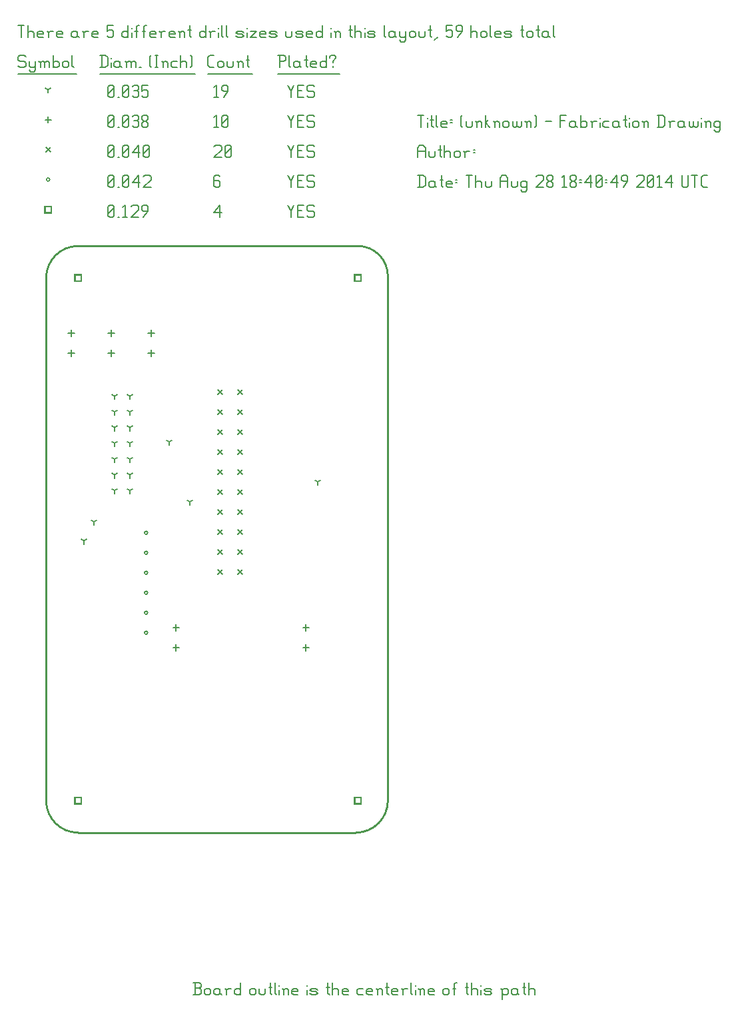
<source format=gbr>
G04 start of page 10 for group -3984 idx -3984 *
G04 Title: (unknown), fab *
G04 Creator: pcb 20110918 *
G04 CreationDate: Thu Aug 28 18:40:49 2014 UTC *
G04 For: fosse *
G04 Format: Gerber/RS-274X *
G04 PCB-Dimensions: 348000 372000 *
G04 PCB-Coordinate-Origin: lower left *
%MOIN*%
%FSLAX25Y25*%
%LNFAB*%
%ADD59C,0.0100*%
%ADD58C,0.0075*%
%ADD57C,0.0060*%
%ADD56R,0.0080X0.0080*%
G54D56*X28400Y350600D02*X31600D01*
X28400D02*Y347400D01*
X31600D01*
Y350600D02*Y347400D01*
X168400Y350600D02*X171600D01*
X168400D02*Y347400D01*
X171600D01*
Y350600D02*Y347400D01*
X28400Y89100D02*X31600D01*
X28400D02*Y85900D01*
X31600D01*
Y89100D02*Y85900D01*
X168400Y89100D02*X171600D01*
X168400D02*Y85900D01*
X171600D01*
Y89100D02*Y85900D01*
X13400Y384850D02*X16600D01*
X13400D02*Y381650D01*
X16600D01*
Y384850D02*Y381650D01*
G54D57*X135000Y385500D02*X136500Y382500D01*
X138000Y385500D01*
X136500Y382500D02*Y379500D01*
X139800Y382800D02*X142050D01*
X139800Y379500D02*X142800D01*
X139800Y385500D02*Y379500D01*
Y385500D02*X142800D01*
X147600D02*X148350Y384750D01*
X145350Y385500D02*X147600D01*
X144600Y384750D02*X145350Y385500D01*
X144600Y384750D02*Y383250D01*
X145350Y382500D01*
X147600D01*
X148350Y381750D01*
Y380250D01*
X147600Y379500D02*X148350Y380250D01*
X145350Y379500D02*X147600D01*
X144600Y380250D02*X145350Y379500D01*
X98000Y381750D02*X101000Y385500D01*
X98000Y381750D02*X101750D01*
X101000Y385500D02*Y379500D01*
X45000Y380250D02*X45750Y379500D01*
X45000Y384750D02*Y380250D01*
Y384750D02*X45750Y385500D01*
X47250D01*
X48000Y384750D01*
Y380250D01*
X47250Y379500D02*X48000Y380250D01*
X45750Y379500D02*X47250D01*
X45000Y381000D02*X48000Y384000D01*
X49800Y379500D02*X50550D01*
X52350Y384300D02*X53550Y385500D01*
Y379500D01*
X52350D02*X54600D01*
X56400Y384750D02*X57150Y385500D01*
X59400D01*
X60150Y384750D01*
Y383250D01*
X56400Y379500D02*X60150Y383250D01*
X56400Y379500D02*X60150D01*
X62700D02*X64950Y382500D01*
Y384750D02*Y382500D01*
X64200Y385500D02*X64950Y384750D01*
X62700Y385500D02*X64200D01*
X61950Y384750D02*X62700Y385500D01*
X61950Y384750D02*Y383250D01*
X62700Y382500D01*
X64950D01*
X63200Y171500D02*G75*G03X64800Y171500I800J0D01*G01*
G75*G03X63200Y171500I-800J0D01*G01*
Y181500D02*G75*G03X64800Y181500I800J0D01*G01*
G75*G03X63200Y181500I-800J0D01*G01*
Y191500D02*G75*G03X64800Y191500I800J0D01*G01*
G75*G03X63200Y191500I-800J0D01*G01*
Y201500D02*G75*G03X64800Y201500I800J0D01*G01*
G75*G03X63200Y201500I-800J0D01*G01*
Y211500D02*G75*G03X64800Y211500I800J0D01*G01*
G75*G03X63200Y211500I-800J0D01*G01*
Y221500D02*G75*G03X64800Y221500I800J0D01*G01*
G75*G03X63200Y221500I-800J0D01*G01*
X14200Y398250D02*G75*G03X15800Y398250I800J0D01*G01*
G75*G03X14200Y398250I-800J0D01*G01*
X135000Y400500D02*X136500Y397500D01*
X138000Y400500D01*
X136500Y397500D02*Y394500D01*
X139800Y397800D02*X142050D01*
X139800Y394500D02*X142800D01*
X139800Y400500D02*Y394500D01*
Y400500D02*X142800D01*
X147600D02*X148350Y399750D01*
X145350Y400500D02*X147600D01*
X144600Y399750D02*X145350Y400500D01*
X144600Y399750D02*Y398250D01*
X145350Y397500D01*
X147600D01*
X148350Y396750D01*
Y395250D01*
X147600Y394500D02*X148350Y395250D01*
X145350Y394500D02*X147600D01*
X144600Y395250D02*X145350Y394500D01*
X100250Y400500D02*X101000Y399750D01*
X98750Y400500D02*X100250D01*
X98000Y399750D02*X98750Y400500D01*
X98000Y399750D02*Y395250D01*
X98750Y394500D01*
X100250Y397800D02*X101000Y397050D01*
X98000Y397800D02*X100250D01*
X98750Y394500D02*X100250D01*
X101000Y395250D01*
Y397050D02*Y395250D01*
X45000D02*X45750Y394500D01*
X45000Y399750D02*Y395250D01*
Y399750D02*X45750Y400500D01*
X47250D01*
X48000Y399750D01*
Y395250D01*
X47250Y394500D02*X48000Y395250D01*
X45750Y394500D02*X47250D01*
X45000Y396000D02*X48000Y399000D01*
X49800Y394500D02*X50550D01*
X52350Y395250D02*X53100Y394500D01*
X52350Y399750D02*Y395250D01*
Y399750D02*X53100Y400500D01*
X54600D01*
X55350Y399750D01*
Y395250D01*
X54600Y394500D02*X55350Y395250D01*
X53100Y394500D02*X54600D01*
X52350Y396000D02*X55350Y399000D01*
X57150Y396750D02*X60150Y400500D01*
X57150Y396750D02*X60900D01*
X60150Y400500D02*Y394500D01*
X62700Y399750D02*X63450Y400500D01*
X65700D01*
X66450Y399750D01*
Y398250D01*
X62700Y394500D02*X66450Y398250D01*
X62700Y394500D02*X66450D01*
X109800Y203200D02*X112200Y200800D01*
X109800D02*X112200Y203200D01*
X99800D02*X102200Y200800D01*
X99800D02*X102200Y203200D01*
X109800Y213200D02*X112200Y210800D01*
X109800D02*X112200Y213200D01*
X99800D02*X102200Y210800D01*
X99800D02*X102200Y213200D01*
X109800Y223200D02*X112200Y220800D01*
X109800D02*X112200Y223200D01*
X99800D02*X102200Y220800D01*
X99800D02*X102200Y223200D01*
X109800Y233200D02*X112200Y230800D01*
X109800D02*X112200Y233200D01*
X99800D02*X102200Y230800D01*
X99800D02*X102200Y233200D01*
X109800Y243200D02*X112200Y240800D01*
X109800D02*X112200Y243200D01*
X99800D02*X102200Y240800D01*
X99800D02*X102200Y243200D01*
X109800Y253200D02*X112200Y250800D01*
X109800D02*X112200Y253200D01*
X99800D02*X102200Y250800D01*
X99800D02*X102200Y253200D01*
X109800Y263200D02*X112200Y260800D01*
X109800D02*X112200Y263200D01*
X99800D02*X102200Y260800D01*
X99800D02*X102200Y263200D01*
X109800Y273200D02*X112200Y270800D01*
X109800D02*X112200Y273200D01*
X99800D02*X102200Y270800D01*
X99800D02*X102200Y273200D01*
X109800Y283200D02*X112200Y280800D01*
X109800D02*X112200Y283200D01*
X99800D02*X102200Y280800D01*
X99800D02*X102200Y283200D01*
X109800Y293200D02*X112200Y290800D01*
X109800D02*X112200Y293200D01*
X99800D02*X102200Y290800D01*
X99800D02*X102200Y293200D01*
X13800Y414450D02*X16200Y412050D01*
X13800D02*X16200Y414450D01*
X135000Y415500D02*X136500Y412500D01*
X138000Y415500D01*
X136500Y412500D02*Y409500D01*
X139800Y412800D02*X142050D01*
X139800Y409500D02*X142800D01*
X139800Y415500D02*Y409500D01*
Y415500D02*X142800D01*
X147600D02*X148350Y414750D01*
X145350Y415500D02*X147600D01*
X144600Y414750D02*X145350Y415500D01*
X144600Y414750D02*Y413250D01*
X145350Y412500D01*
X147600D01*
X148350Y411750D01*
Y410250D01*
X147600Y409500D02*X148350Y410250D01*
X145350Y409500D02*X147600D01*
X144600Y410250D02*X145350Y409500D01*
X98000Y414750D02*X98750Y415500D01*
X101000D01*
X101750Y414750D01*
Y413250D01*
X98000Y409500D02*X101750Y413250D01*
X98000Y409500D02*X101750D01*
X103550Y410250D02*X104300Y409500D01*
X103550Y414750D02*Y410250D01*
Y414750D02*X104300Y415500D01*
X105800D01*
X106550Y414750D01*
Y410250D01*
X105800Y409500D02*X106550Y410250D01*
X104300Y409500D02*X105800D01*
X103550Y411000D02*X106550Y414000D01*
X45000Y410250D02*X45750Y409500D01*
X45000Y414750D02*Y410250D01*
Y414750D02*X45750Y415500D01*
X47250D01*
X48000Y414750D01*
Y410250D01*
X47250Y409500D02*X48000Y410250D01*
X45750Y409500D02*X47250D01*
X45000Y411000D02*X48000Y414000D01*
X49800Y409500D02*X50550D01*
X52350Y410250D02*X53100Y409500D01*
X52350Y414750D02*Y410250D01*
Y414750D02*X53100Y415500D01*
X54600D01*
X55350Y414750D01*
Y410250D01*
X54600Y409500D02*X55350Y410250D01*
X53100Y409500D02*X54600D01*
X52350Y411000D02*X55350Y414000D01*
X57150Y411750D02*X60150Y415500D01*
X57150Y411750D02*X60900D01*
X60150Y415500D02*Y409500D01*
X62700Y410250D02*X63450Y409500D01*
X62700Y414750D02*Y410250D01*
Y414750D02*X63450Y415500D01*
X64950D01*
X65700Y414750D01*
Y410250D01*
X64950Y409500D02*X65700Y410250D01*
X63450Y409500D02*X64950D01*
X62700Y411000D02*X65700Y414000D01*
X144000Y165600D02*Y162400D01*
X142400Y164000D02*X145600D01*
X144000Y175600D02*Y172400D01*
X142400Y174000D02*X145600D01*
X79000Y165600D02*Y162400D01*
X77400Y164000D02*X80600D01*
X79000Y175600D02*Y172400D01*
X77400Y174000D02*X80600D01*
X66500Y313100D02*Y309900D01*
X64900Y311500D02*X68100D01*
X66500Y323100D02*Y319900D01*
X64900Y321500D02*X68100D01*
X46500Y313100D02*Y309900D01*
X44900Y311500D02*X48100D01*
X46500Y323100D02*Y319900D01*
X44900Y321500D02*X48100D01*
X26500Y313100D02*Y309900D01*
X24900Y311500D02*X28100D01*
X26500Y323100D02*Y319900D01*
X24900Y321500D02*X28100D01*
X15000Y429850D02*Y426650D01*
X13400Y428250D02*X16600D01*
X135000Y430500D02*X136500Y427500D01*
X138000Y430500D01*
X136500Y427500D02*Y424500D01*
X139800Y427800D02*X142050D01*
X139800Y424500D02*X142800D01*
X139800Y430500D02*Y424500D01*
Y430500D02*X142800D01*
X147600D02*X148350Y429750D01*
X145350Y430500D02*X147600D01*
X144600Y429750D02*X145350Y430500D01*
X144600Y429750D02*Y428250D01*
X145350Y427500D01*
X147600D01*
X148350Y426750D01*
Y425250D01*
X147600Y424500D02*X148350Y425250D01*
X145350Y424500D02*X147600D01*
X144600Y425250D02*X145350Y424500D01*
X98000Y429300D02*X99200Y430500D01*
Y424500D01*
X98000D02*X100250D01*
X102050Y425250D02*X102800Y424500D01*
X102050Y429750D02*Y425250D01*
Y429750D02*X102800Y430500D01*
X104300D01*
X105050Y429750D01*
Y425250D01*
X104300Y424500D02*X105050Y425250D01*
X102800Y424500D02*X104300D01*
X102050Y426000D02*X105050Y429000D01*
X45000Y425250D02*X45750Y424500D01*
X45000Y429750D02*Y425250D01*
Y429750D02*X45750Y430500D01*
X47250D01*
X48000Y429750D01*
Y425250D01*
X47250Y424500D02*X48000Y425250D01*
X45750Y424500D02*X47250D01*
X45000Y426000D02*X48000Y429000D01*
X49800Y424500D02*X50550D01*
X52350Y425250D02*X53100Y424500D01*
X52350Y429750D02*Y425250D01*
Y429750D02*X53100Y430500D01*
X54600D01*
X55350Y429750D01*
Y425250D01*
X54600Y424500D02*X55350Y425250D01*
X53100Y424500D02*X54600D01*
X52350Y426000D02*X55350Y429000D01*
X57150Y429750D02*X57900Y430500D01*
X59400D01*
X60150Y429750D01*
X59400Y424500D02*X60150Y425250D01*
X57900Y424500D02*X59400D01*
X57150Y425250D02*X57900Y424500D01*
Y427800D02*X59400D01*
X60150Y429750D02*Y428550D01*
Y427050D02*Y425250D01*
Y427050D02*X59400Y427800D01*
X60150Y428550D02*X59400Y427800D01*
X61950Y425250D02*X62700Y424500D01*
X61950Y426450D02*Y425250D01*
Y426450D02*X63000Y427500D01*
X63900D01*
X64950Y426450D01*
Y425250D01*
X64200Y424500D02*X64950Y425250D01*
X62700Y424500D02*X64200D01*
X61950Y428550D02*X63000Y427500D01*
X61950Y429750D02*Y428550D01*
Y429750D02*X62700Y430500D01*
X64200D01*
X64950Y429750D01*
Y428550D01*
X63900Y427500D02*X64950Y428550D01*
X150000Y247000D02*Y245400D01*
Y247000D02*X151387Y247800D01*
X150000Y247000D02*X148613Y247800D01*
X33000Y217500D02*Y215900D01*
Y217500D02*X34387Y218300D01*
X33000Y217500D02*X31613Y218300D01*
X38000Y227000D02*Y225400D01*
Y227000D02*X39387Y227800D01*
X38000Y227000D02*X36613Y227800D01*
X75500Y267000D02*Y265400D01*
Y267000D02*X76887Y267800D01*
X75500Y267000D02*X74113Y267800D01*
X86000Y237000D02*Y235400D01*
Y237000D02*X87387Y237800D01*
X86000Y237000D02*X84613Y237800D01*
X48126Y242630D02*Y241030D01*
Y242630D02*X49513Y243430D01*
X48126Y242630D02*X46739Y243430D01*
X48126Y250504D02*Y248904D01*
Y250504D02*X49513Y251304D01*
X48126Y250504D02*X46739Y251304D01*
X56000Y242630D02*Y241030D01*
Y242630D02*X57387Y243430D01*
X56000Y242630D02*X54613Y243430D01*
X56000Y250504D02*Y248904D01*
Y250504D02*X57387Y251304D01*
X56000Y250504D02*X54613Y251304D01*
X48126Y258378D02*Y256778D01*
Y258378D02*X49513Y259178D01*
X48126Y258378D02*X46739Y259178D01*
X56000Y258378D02*Y256778D01*
Y258378D02*X57387Y259178D01*
X56000Y258378D02*X54613Y259178D01*
X48126Y266252D02*Y264652D01*
Y266252D02*X49513Y267052D01*
X48126Y266252D02*X46739Y267052D01*
X56000Y266252D02*Y264652D01*
Y266252D02*X57387Y267052D01*
X56000Y266252D02*X54613Y267052D01*
X48126Y274126D02*Y272526D01*
Y274126D02*X49513Y274926D01*
X48126Y274126D02*X46739Y274926D01*
X56000Y274126D02*Y272526D01*
Y274126D02*X57387Y274926D01*
X56000Y274126D02*X54613Y274926D01*
X48126Y282000D02*Y280400D01*
Y282000D02*X49513Y282800D01*
X48126Y282000D02*X46739Y282800D01*
X56000Y282000D02*Y280400D01*
Y282000D02*X57387Y282800D01*
X56000Y282000D02*X54613Y282800D01*
X48126Y289874D02*Y288274D01*
Y289874D02*X49513Y290674D01*
X48126Y289874D02*X46739Y290674D01*
X56000Y289874D02*Y288274D01*
Y289874D02*X57387Y290674D01*
X56000Y289874D02*X54613Y290674D01*
X15000Y443250D02*Y441650D01*
Y443250D02*X16387Y444050D01*
X15000Y443250D02*X13613Y444050D01*
X135000Y445500D02*X136500Y442500D01*
X138000Y445500D01*
X136500Y442500D02*Y439500D01*
X139800Y442800D02*X142050D01*
X139800Y439500D02*X142800D01*
X139800Y445500D02*Y439500D01*
Y445500D02*X142800D01*
X147600D02*X148350Y444750D01*
X145350Y445500D02*X147600D01*
X144600Y444750D02*X145350Y445500D01*
X144600Y444750D02*Y443250D01*
X145350Y442500D01*
X147600D01*
X148350Y441750D01*
Y440250D01*
X147600Y439500D02*X148350Y440250D01*
X145350Y439500D02*X147600D01*
X144600Y440250D02*X145350Y439500D01*
X98000Y444300D02*X99200Y445500D01*
Y439500D01*
X98000D02*X100250D01*
X102800D02*X105050Y442500D01*
Y444750D02*Y442500D01*
X104300Y445500D02*X105050Y444750D01*
X102800Y445500D02*X104300D01*
X102050Y444750D02*X102800Y445500D01*
X102050Y444750D02*Y443250D01*
X102800Y442500D01*
X105050D01*
X45000Y440250D02*X45750Y439500D01*
X45000Y444750D02*Y440250D01*
Y444750D02*X45750Y445500D01*
X47250D01*
X48000Y444750D01*
Y440250D01*
X47250Y439500D02*X48000Y440250D01*
X45750Y439500D02*X47250D01*
X45000Y441000D02*X48000Y444000D01*
X49800Y439500D02*X50550D01*
X52350Y440250D02*X53100Y439500D01*
X52350Y444750D02*Y440250D01*
Y444750D02*X53100Y445500D01*
X54600D01*
X55350Y444750D01*
Y440250D01*
X54600Y439500D02*X55350Y440250D01*
X53100Y439500D02*X54600D01*
X52350Y441000D02*X55350Y444000D01*
X57150Y444750D02*X57900Y445500D01*
X59400D01*
X60150Y444750D01*
X59400Y439500D02*X60150Y440250D01*
X57900Y439500D02*X59400D01*
X57150Y440250D02*X57900Y439500D01*
Y442800D02*X59400D01*
X60150Y444750D02*Y443550D01*
Y442050D02*Y440250D01*
Y442050D02*X59400Y442800D01*
X60150Y443550D02*X59400Y442800D01*
X61950Y445500D02*X64950D01*
X61950D02*Y442500D01*
X62700Y443250D01*
X64200D01*
X64950Y442500D01*
Y440250D01*
X64200Y439500D02*X64950Y440250D01*
X62700Y439500D02*X64200D01*
X61950Y440250D02*X62700Y439500D01*
X3000Y460500D02*X3750Y459750D01*
X750Y460500D02*X3000D01*
X0Y459750D02*X750Y460500D01*
X0Y459750D02*Y458250D01*
X750Y457500D01*
X3000D01*
X3750Y456750D01*
Y455250D01*
X3000Y454500D02*X3750Y455250D01*
X750Y454500D02*X3000D01*
X0Y455250D02*X750Y454500D01*
X5550Y457500D02*Y455250D01*
X6300Y454500D01*
X8550Y457500D02*Y453000D01*
X7800Y452250D02*X8550Y453000D01*
X6300Y452250D02*X7800D01*
X5550Y453000D02*X6300Y452250D01*
Y454500D02*X7800D01*
X8550Y455250D01*
X11100Y456750D02*Y454500D01*
Y456750D02*X11850Y457500D01*
X12600D01*
X13350Y456750D01*
Y454500D01*
Y456750D02*X14100Y457500D01*
X14850D01*
X15600Y456750D01*
Y454500D01*
X10350Y457500D02*X11100Y456750D01*
X17400Y460500D02*Y454500D01*
Y455250D02*X18150Y454500D01*
X19650D01*
X20400Y455250D01*
Y456750D02*Y455250D01*
X19650Y457500D02*X20400Y456750D01*
X18150Y457500D02*X19650D01*
X17400Y456750D02*X18150Y457500D01*
X22200Y456750D02*Y455250D01*
Y456750D02*X22950Y457500D01*
X24450D01*
X25200Y456750D01*
Y455250D01*
X24450Y454500D02*X25200Y455250D01*
X22950Y454500D02*X24450D01*
X22200Y455250D02*X22950Y454500D01*
X27000Y460500D02*Y455250D01*
X27750Y454500D01*
X0Y451250D02*X29250D01*
X41750Y460500D02*Y454500D01*
X43700Y460500D02*X44750Y459450D01*
Y455550D01*
X43700Y454500D02*X44750Y455550D01*
X41000Y454500D02*X43700D01*
X41000Y460500D02*X43700D01*
G54D58*X46550Y459000D02*Y458850D01*
G54D57*Y456750D02*Y454500D01*
X50300Y457500D02*X51050Y456750D01*
X48800Y457500D02*X50300D01*
X48050Y456750D02*X48800Y457500D01*
X48050Y456750D02*Y455250D01*
X48800Y454500D01*
X51050Y457500D02*Y455250D01*
X51800Y454500D01*
X48800D02*X50300D01*
X51050Y455250D01*
X54350Y456750D02*Y454500D01*
Y456750D02*X55100Y457500D01*
X55850D01*
X56600Y456750D01*
Y454500D01*
Y456750D02*X57350Y457500D01*
X58100D01*
X58850Y456750D01*
Y454500D01*
X53600Y457500D02*X54350Y456750D01*
X60650Y454500D02*X61400D01*
X65900Y455250D02*X66650Y454500D01*
X65900Y459750D02*X66650Y460500D01*
X65900Y459750D02*Y455250D01*
X68450Y460500D02*X69950D01*
X69200D02*Y454500D01*
X68450D02*X69950D01*
X72500Y456750D02*Y454500D01*
Y456750D02*X73250Y457500D01*
X74000D01*
X74750Y456750D01*
Y454500D01*
X71750Y457500D02*X72500Y456750D01*
X77300Y457500D02*X79550D01*
X76550Y456750D02*X77300Y457500D01*
X76550Y456750D02*Y455250D01*
X77300Y454500D01*
X79550D01*
X81350Y460500D02*Y454500D01*
Y456750D02*X82100Y457500D01*
X83600D01*
X84350Y456750D01*
Y454500D01*
X86150Y460500D02*X86900Y459750D01*
Y455250D01*
X86150Y454500D02*X86900Y455250D01*
X41000Y451250D02*X88700D01*
X96050Y454500D02*X98000D01*
X95000Y455550D02*X96050Y454500D01*
X95000Y459450D02*Y455550D01*
Y459450D02*X96050Y460500D01*
X98000D01*
X99800Y456750D02*Y455250D01*
Y456750D02*X100550Y457500D01*
X102050D01*
X102800Y456750D01*
Y455250D01*
X102050Y454500D02*X102800Y455250D01*
X100550Y454500D02*X102050D01*
X99800Y455250D02*X100550Y454500D01*
X104600Y457500D02*Y455250D01*
X105350Y454500D01*
X106850D01*
X107600Y455250D01*
Y457500D02*Y455250D01*
X110150Y456750D02*Y454500D01*
Y456750D02*X110900Y457500D01*
X111650D01*
X112400Y456750D01*
Y454500D01*
X109400Y457500D02*X110150Y456750D01*
X114950Y460500D02*Y455250D01*
X115700Y454500D01*
X114200Y458250D02*X115700D01*
X95000Y451250D02*X117200D01*
X130750Y460500D02*Y454500D01*
X130000Y460500D02*X133000D01*
X133750Y459750D01*
Y458250D01*
X133000Y457500D02*X133750Y458250D01*
X130750Y457500D02*X133000D01*
X135550Y460500D02*Y455250D01*
X136300Y454500D01*
X140050Y457500D02*X140800Y456750D01*
X138550Y457500D02*X140050D01*
X137800Y456750D02*X138550Y457500D01*
X137800Y456750D02*Y455250D01*
X138550Y454500D01*
X140800Y457500D02*Y455250D01*
X141550Y454500D01*
X138550D02*X140050D01*
X140800Y455250D01*
X144100Y460500D02*Y455250D01*
X144850Y454500D01*
X143350Y458250D02*X144850D01*
X147100Y454500D02*X149350D01*
X146350Y455250D02*X147100Y454500D01*
X146350Y456750D02*Y455250D01*
Y456750D02*X147100Y457500D01*
X148600D01*
X149350Y456750D01*
X146350Y456000D02*X149350D01*
Y456750D02*Y456000D01*
X154150Y460500D02*Y454500D01*
X153400D02*X154150Y455250D01*
X151900Y454500D02*X153400D01*
X151150Y455250D02*X151900Y454500D01*
X151150Y456750D02*Y455250D01*
Y456750D02*X151900Y457500D01*
X153400D01*
X154150Y456750D01*
X157450Y457500D02*Y456750D01*
Y455250D02*Y454500D01*
X155950Y459750D02*Y459000D01*
Y459750D02*X156700Y460500D01*
X158200D01*
X158950Y459750D01*
Y459000D01*
X157450Y457500D02*X158950Y459000D01*
X130000Y451250D02*X160750D01*
X0Y475500D02*X3000D01*
X1500D02*Y469500D01*
X4800Y475500D02*Y469500D01*
Y471750D02*X5550Y472500D01*
X7050D01*
X7800Y471750D01*
Y469500D01*
X10350D02*X12600D01*
X9600Y470250D02*X10350Y469500D01*
X9600Y471750D02*Y470250D01*
Y471750D02*X10350Y472500D01*
X11850D01*
X12600Y471750D01*
X9600Y471000D02*X12600D01*
Y471750D02*Y471000D01*
X15150Y471750D02*Y469500D01*
Y471750D02*X15900Y472500D01*
X17400D01*
X14400D02*X15150Y471750D01*
X19950Y469500D02*X22200D01*
X19200Y470250D02*X19950Y469500D01*
X19200Y471750D02*Y470250D01*
Y471750D02*X19950Y472500D01*
X21450D01*
X22200Y471750D01*
X19200Y471000D02*X22200D01*
Y471750D02*Y471000D01*
X28950Y472500D02*X29700Y471750D01*
X27450Y472500D02*X28950D01*
X26700Y471750D02*X27450Y472500D01*
X26700Y471750D02*Y470250D01*
X27450Y469500D01*
X29700Y472500D02*Y470250D01*
X30450Y469500D01*
X27450D02*X28950D01*
X29700Y470250D01*
X33000Y471750D02*Y469500D01*
Y471750D02*X33750Y472500D01*
X35250D01*
X32250D02*X33000Y471750D01*
X37800Y469500D02*X40050D01*
X37050Y470250D02*X37800Y469500D01*
X37050Y471750D02*Y470250D01*
Y471750D02*X37800Y472500D01*
X39300D01*
X40050Y471750D01*
X37050Y471000D02*X40050D01*
Y471750D02*Y471000D01*
X44550Y475500D02*X47550D01*
X44550D02*Y472500D01*
X45300Y473250D01*
X46800D01*
X47550Y472500D01*
Y470250D01*
X46800Y469500D02*X47550Y470250D01*
X45300Y469500D02*X46800D01*
X44550Y470250D02*X45300Y469500D01*
X55050Y475500D02*Y469500D01*
X54300D02*X55050Y470250D01*
X52800Y469500D02*X54300D01*
X52050Y470250D02*X52800Y469500D01*
X52050Y471750D02*Y470250D01*
Y471750D02*X52800Y472500D01*
X54300D01*
X55050Y471750D01*
G54D58*X56850Y474000D02*Y473850D01*
G54D57*Y471750D02*Y469500D01*
X59100Y474750D02*Y469500D01*
Y474750D02*X59850Y475500D01*
X60600D01*
X58350Y472500D02*X59850D01*
X62850Y474750D02*Y469500D01*
Y474750D02*X63600Y475500D01*
X64350D01*
X62100Y472500D02*X63600D01*
X66600Y469500D02*X68850D01*
X65850Y470250D02*X66600Y469500D01*
X65850Y471750D02*Y470250D01*
Y471750D02*X66600Y472500D01*
X68100D01*
X68850Y471750D01*
X65850Y471000D02*X68850D01*
Y471750D02*Y471000D01*
X71400Y471750D02*Y469500D01*
Y471750D02*X72150Y472500D01*
X73650D01*
X70650D02*X71400Y471750D01*
X76200Y469500D02*X78450D01*
X75450Y470250D02*X76200Y469500D01*
X75450Y471750D02*Y470250D01*
Y471750D02*X76200Y472500D01*
X77700D01*
X78450Y471750D01*
X75450Y471000D02*X78450D01*
Y471750D02*Y471000D01*
X81000Y471750D02*Y469500D01*
Y471750D02*X81750Y472500D01*
X82500D01*
X83250Y471750D01*
Y469500D01*
X80250Y472500D02*X81000Y471750D01*
X85800Y475500D02*Y470250D01*
X86550Y469500D01*
X85050Y473250D02*X86550D01*
X93750Y475500D02*Y469500D01*
X93000D02*X93750Y470250D01*
X91500Y469500D02*X93000D01*
X90750Y470250D02*X91500Y469500D01*
X90750Y471750D02*Y470250D01*
Y471750D02*X91500Y472500D01*
X93000D01*
X93750Y471750D01*
X96300D02*Y469500D01*
Y471750D02*X97050Y472500D01*
X98550D01*
X95550D02*X96300Y471750D01*
G54D58*X100350Y474000D02*Y473850D01*
G54D57*Y471750D02*Y469500D01*
X101850Y475500D02*Y470250D01*
X102600Y469500D01*
X104100Y475500D02*Y470250D01*
X104850Y469500D01*
X109800D02*X112050D01*
X112800Y470250D01*
X112050Y471000D02*X112800Y470250D01*
X109800Y471000D02*X112050D01*
X109050Y471750D02*X109800Y471000D01*
X109050Y471750D02*X109800Y472500D01*
X112050D01*
X112800Y471750D01*
X109050Y470250D02*X109800Y469500D01*
G54D58*X114600Y474000D02*Y473850D01*
G54D57*Y471750D02*Y469500D01*
X116100Y472500D02*X119100D01*
X116100Y469500D02*X119100Y472500D01*
X116100Y469500D02*X119100D01*
X121650D02*X123900D01*
X120900Y470250D02*X121650Y469500D01*
X120900Y471750D02*Y470250D01*
Y471750D02*X121650Y472500D01*
X123150D01*
X123900Y471750D01*
X120900Y471000D02*X123900D01*
Y471750D02*Y471000D01*
X126450Y469500D02*X128700D01*
X129450Y470250D01*
X128700Y471000D02*X129450Y470250D01*
X126450Y471000D02*X128700D01*
X125700Y471750D02*X126450Y471000D01*
X125700Y471750D02*X126450Y472500D01*
X128700D01*
X129450Y471750D01*
X125700Y470250D02*X126450Y469500D01*
X133950Y472500D02*Y470250D01*
X134700Y469500D01*
X136200D01*
X136950Y470250D01*
Y472500D02*Y470250D01*
X139500Y469500D02*X141750D01*
X142500Y470250D01*
X141750Y471000D02*X142500Y470250D01*
X139500Y471000D02*X141750D01*
X138750Y471750D02*X139500Y471000D01*
X138750Y471750D02*X139500Y472500D01*
X141750D01*
X142500Y471750D01*
X138750Y470250D02*X139500Y469500D01*
X145050D02*X147300D01*
X144300Y470250D02*X145050Y469500D01*
X144300Y471750D02*Y470250D01*
Y471750D02*X145050Y472500D01*
X146550D01*
X147300Y471750D01*
X144300Y471000D02*X147300D01*
Y471750D02*Y471000D01*
X152100Y475500D02*Y469500D01*
X151350D02*X152100Y470250D01*
X149850Y469500D02*X151350D01*
X149100Y470250D02*X149850Y469500D01*
X149100Y471750D02*Y470250D01*
Y471750D02*X149850Y472500D01*
X151350D01*
X152100Y471750D01*
G54D58*X156600Y474000D02*Y473850D01*
G54D57*Y471750D02*Y469500D01*
X158850Y471750D02*Y469500D01*
Y471750D02*X159600Y472500D01*
X160350D01*
X161100Y471750D01*
Y469500D01*
X158100Y472500D02*X158850Y471750D01*
X166350Y475500D02*Y470250D01*
X167100Y469500D01*
X165600Y473250D02*X167100D01*
X168600Y475500D02*Y469500D01*
Y471750D02*X169350Y472500D01*
X170850D01*
X171600Y471750D01*
Y469500D01*
G54D58*X173400Y474000D02*Y473850D01*
G54D57*Y471750D02*Y469500D01*
X175650D02*X177900D01*
X178650Y470250D01*
X177900Y471000D02*X178650Y470250D01*
X175650Y471000D02*X177900D01*
X174900Y471750D02*X175650Y471000D01*
X174900Y471750D02*X175650Y472500D01*
X177900D01*
X178650Y471750D01*
X174900Y470250D02*X175650Y469500D01*
X183150Y475500D02*Y470250D01*
X183900Y469500D01*
X187650Y472500D02*X188400Y471750D01*
X186150Y472500D02*X187650D01*
X185400Y471750D02*X186150Y472500D01*
X185400Y471750D02*Y470250D01*
X186150Y469500D01*
X188400Y472500D02*Y470250D01*
X189150Y469500D01*
X186150D02*X187650D01*
X188400Y470250D01*
X190950Y472500D02*Y470250D01*
X191700Y469500D01*
X193950Y472500D02*Y468000D01*
X193200Y467250D02*X193950Y468000D01*
X191700Y467250D02*X193200D01*
X190950Y468000D02*X191700Y467250D01*
Y469500D02*X193200D01*
X193950Y470250D01*
X195750Y471750D02*Y470250D01*
Y471750D02*X196500Y472500D01*
X198000D01*
X198750Y471750D01*
Y470250D01*
X198000Y469500D02*X198750Y470250D01*
X196500Y469500D02*X198000D01*
X195750Y470250D02*X196500Y469500D01*
X200550Y472500D02*Y470250D01*
X201300Y469500D01*
X202800D01*
X203550Y470250D01*
Y472500D02*Y470250D01*
X206100Y475500D02*Y470250D01*
X206850Y469500D01*
X205350Y473250D02*X206850D01*
X208350Y468000D02*X209850Y469500D01*
X214350Y475500D02*X217350D01*
X214350D02*Y472500D01*
X215100Y473250D01*
X216600D01*
X217350Y472500D01*
Y470250D01*
X216600Y469500D02*X217350Y470250D01*
X215100Y469500D02*X216600D01*
X214350Y470250D02*X215100Y469500D01*
X219900D02*X222150Y472500D01*
Y474750D02*Y472500D01*
X221400Y475500D02*X222150Y474750D01*
X219900Y475500D02*X221400D01*
X219150Y474750D02*X219900Y475500D01*
X219150Y474750D02*Y473250D01*
X219900Y472500D01*
X222150D01*
X226650Y475500D02*Y469500D01*
Y471750D02*X227400Y472500D01*
X228900D01*
X229650Y471750D01*
Y469500D01*
X231450Y471750D02*Y470250D01*
Y471750D02*X232200Y472500D01*
X233700D01*
X234450Y471750D01*
Y470250D01*
X233700Y469500D02*X234450Y470250D01*
X232200Y469500D02*X233700D01*
X231450Y470250D02*X232200Y469500D01*
X236250Y475500D02*Y470250D01*
X237000Y469500D01*
X239250D02*X241500D01*
X238500Y470250D02*X239250Y469500D01*
X238500Y471750D02*Y470250D01*
Y471750D02*X239250Y472500D01*
X240750D01*
X241500Y471750D01*
X238500Y471000D02*X241500D01*
Y471750D02*Y471000D01*
X244050Y469500D02*X246300D01*
X247050Y470250D01*
X246300Y471000D02*X247050Y470250D01*
X244050Y471000D02*X246300D01*
X243300Y471750D02*X244050Y471000D01*
X243300Y471750D02*X244050Y472500D01*
X246300D01*
X247050Y471750D01*
X243300Y470250D02*X244050Y469500D01*
X252300Y475500D02*Y470250D01*
X253050Y469500D01*
X251550Y473250D02*X253050D01*
X254550Y471750D02*Y470250D01*
Y471750D02*X255300Y472500D01*
X256800D01*
X257550Y471750D01*
Y470250D01*
X256800Y469500D02*X257550Y470250D01*
X255300Y469500D02*X256800D01*
X254550Y470250D02*X255300Y469500D01*
X260100Y475500D02*Y470250D01*
X260850Y469500D01*
X259350Y473250D02*X260850D01*
X264600Y472500D02*X265350Y471750D01*
X263100Y472500D02*X264600D01*
X262350Y471750D02*X263100Y472500D01*
X262350Y471750D02*Y470250D01*
X263100Y469500D01*
X265350Y472500D02*Y470250D01*
X266100Y469500D01*
X263100D02*X264600D01*
X265350Y470250D01*
X267900Y475500D02*Y470250D01*
X268650Y469500D01*
G54D59*X14000Y87500D02*Y349000D01*
X30000Y365000D02*X170000D01*
X185000Y350000D02*Y87500D01*
X169000Y71500D02*X30000D01*
X14000Y349000D02*G75*G02X30000Y365000I16000J0D01*G01*
X170000D02*G75*G02X185000Y350000I0J-15000D01*G01*
Y87500D02*G75*G02X169000Y71500I-16000J0D01*G01*
X14000Y87500D02*G75*G03X30000Y71500I16000J0D01*G01*
G54D57*X87675Y-9500D02*X90675D01*
X91425Y-8750D01*
Y-6950D02*Y-8750D01*
X90675Y-6200D02*X91425Y-6950D01*
X88425Y-6200D02*X90675D01*
X88425Y-3500D02*Y-9500D01*
X87675Y-3500D02*X90675D01*
X91425Y-4250D01*
Y-5450D01*
X90675Y-6200D02*X91425Y-5450D01*
X93225Y-7250D02*Y-8750D01*
Y-7250D02*X93975Y-6500D01*
X95475D01*
X96225Y-7250D01*
Y-8750D01*
X95475Y-9500D02*X96225Y-8750D01*
X93975Y-9500D02*X95475D01*
X93225Y-8750D02*X93975Y-9500D01*
X100275Y-6500D02*X101025Y-7250D01*
X98775Y-6500D02*X100275D01*
X98025Y-7250D02*X98775Y-6500D01*
X98025Y-7250D02*Y-8750D01*
X98775Y-9500D01*
X101025Y-6500D02*Y-8750D01*
X101775Y-9500D01*
X98775D02*X100275D01*
X101025Y-8750D01*
X104325Y-7250D02*Y-9500D01*
Y-7250D02*X105075Y-6500D01*
X106575D01*
X103575D02*X104325Y-7250D01*
X111375Y-3500D02*Y-9500D01*
X110625D02*X111375Y-8750D01*
X109125Y-9500D02*X110625D01*
X108375Y-8750D02*X109125Y-9500D01*
X108375Y-7250D02*Y-8750D01*
Y-7250D02*X109125Y-6500D01*
X110625D01*
X111375Y-7250D01*
X115875D02*Y-8750D01*
Y-7250D02*X116625Y-6500D01*
X118125D01*
X118875Y-7250D01*
Y-8750D01*
X118125Y-9500D02*X118875Y-8750D01*
X116625Y-9500D02*X118125D01*
X115875Y-8750D02*X116625Y-9500D01*
X120675Y-6500D02*Y-8750D01*
X121425Y-9500D01*
X122925D01*
X123675Y-8750D01*
Y-6500D02*Y-8750D01*
X126225Y-3500D02*Y-8750D01*
X126975Y-9500D01*
X125475Y-5750D02*X126975D01*
X128475Y-3500D02*Y-8750D01*
X129225Y-9500D01*
G54D58*X130725Y-5000D02*Y-5150D01*
G54D57*Y-7250D02*Y-9500D01*
X132975Y-7250D02*Y-9500D01*
Y-7250D02*X133725Y-6500D01*
X134475D01*
X135225Y-7250D01*
Y-9500D01*
X132225Y-6500D02*X132975Y-7250D01*
X137775Y-9500D02*X140025D01*
X137025Y-8750D02*X137775Y-9500D01*
X137025Y-7250D02*Y-8750D01*
Y-7250D02*X137775Y-6500D01*
X139275D01*
X140025Y-7250D01*
X137025Y-8000D02*X140025D01*
Y-7250D02*Y-8000D01*
G54D58*X144525Y-5000D02*Y-5150D01*
G54D57*Y-7250D02*Y-9500D01*
X146775D02*X149025D01*
X149775Y-8750D01*
X149025Y-8000D02*X149775Y-8750D01*
X146775Y-8000D02*X149025D01*
X146025Y-7250D02*X146775Y-8000D01*
X146025Y-7250D02*X146775Y-6500D01*
X149025D01*
X149775Y-7250D01*
X146025Y-8750D02*X146775Y-9500D01*
X155025Y-3500D02*Y-8750D01*
X155775Y-9500D01*
X154275Y-5750D02*X155775D01*
X157275Y-3500D02*Y-9500D01*
Y-7250D02*X158025Y-6500D01*
X159525D01*
X160275Y-7250D01*
Y-9500D01*
X162825D02*X165075D01*
X162075Y-8750D02*X162825Y-9500D01*
X162075Y-7250D02*Y-8750D01*
Y-7250D02*X162825Y-6500D01*
X164325D01*
X165075Y-7250D01*
X162075Y-8000D02*X165075D01*
Y-7250D02*Y-8000D01*
X170325Y-6500D02*X172575D01*
X169575Y-7250D02*X170325Y-6500D01*
X169575Y-7250D02*Y-8750D01*
X170325Y-9500D01*
X172575D01*
X175125D02*X177375D01*
X174375Y-8750D02*X175125Y-9500D01*
X174375Y-7250D02*Y-8750D01*
Y-7250D02*X175125Y-6500D01*
X176625D01*
X177375Y-7250D01*
X174375Y-8000D02*X177375D01*
Y-7250D02*Y-8000D01*
X179925Y-7250D02*Y-9500D01*
Y-7250D02*X180675Y-6500D01*
X181425D01*
X182175Y-7250D01*
Y-9500D01*
X179175Y-6500D02*X179925Y-7250D01*
X184725Y-3500D02*Y-8750D01*
X185475Y-9500D01*
X183975Y-5750D02*X185475D01*
X187725Y-9500D02*X189975D01*
X186975Y-8750D02*X187725Y-9500D01*
X186975Y-7250D02*Y-8750D01*
Y-7250D02*X187725Y-6500D01*
X189225D01*
X189975Y-7250D01*
X186975Y-8000D02*X189975D01*
Y-7250D02*Y-8000D01*
X192525Y-7250D02*Y-9500D01*
Y-7250D02*X193275Y-6500D01*
X194775D01*
X191775D02*X192525Y-7250D01*
X196575Y-3500D02*Y-8750D01*
X197325Y-9500D01*
G54D58*X198825Y-5000D02*Y-5150D01*
G54D57*Y-7250D02*Y-9500D01*
X201075Y-7250D02*Y-9500D01*
Y-7250D02*X201825Y-6500D01*
X202575D01*
X203325Y-7250D01*
Y-9500D01*
X200325Y-6500D02*X201075Y-7250D01*
X205875Y-9500D02*X208125D01*
X205125Y-8750D02*X205875Y-9500D01*
X205125Y-7250D02*Y-8750D01*
Y-7250D02*X205875Y-6500D01*
X207375D01*
X208125Y-7250D01*
X205125Y-8000D02*X208125D01*
Y-7250D02*Y-8000D01*
X212625Y-7250D02*Y-8750D01*
Y-7250D02*X213375Y-6500D01*
X214875D01*
X215625Y-7250D01*
Y-8750D01*
X214875Y-9500D02*X215625Y-8750D01*
X213375Y-9500D02*X214875D01*
X212625Y-8750D02*X213375Y-9500D01*
X218175Y-4250D02*Y-9500D01*
Y-4250D02*X218925Y-3500D01*
X219675D01*
X217425Y-6500D02*X218925D01*
X224625Y-3500D02*Y-8750D01*
X225375Y-9500D01*
X223875Y-5750D02*X225375D01*
X226875Y-3500D02*Y-9500D01*
Y-7250D02*X227625Y-6500D01*
X229125D01*
X229875Y-7250D01*
Y-9500D01*
G54D58*X231675Y-5000D02*Y-5150D01*
G54D57*Y-7250D02*Y-9500D01*
X233925D02*X236175D01*
X236925Y-8750D01*
X236175Y-8000D02*X236925Y-8750D01*
X233925Y-8000D02*X236175D01*
X233175Y-7250D02*X233925Y-8000D01*
X233175Y-7250D02*X233925Y-6500D01*
X236175D01*
X236925Y-7250D01*
X233175Y-8750D02*X233925Y-9500D01*
X242175Y-7250D02*Y-11750D01*
X241425Y-6500D02*X242175Y-7250D01*
X242925Y-6500D01*
X244425D01*
X245175Y-7250D01*
Y-8750D01*
X244425Y-9500D02*X245175Y-8750D01*
X242925Y-9500D02*X244425D01*
X242175Y-8750D02*X242925Y-9500D01*
X249225Y-6500D02*X249975Y-7250D01*
X247725Y-6500D02*X249225D01*
X246975Y-7250D02*X247725Y-6500D01*
X246975Y-7250D02*Y-8750D01*
X247725Y-9500D01*
X249975Y-6500D02*Y-8750D01*
X250725Y-9500D01*
X247725D02*X249225D01*
X249975Y-8750D01*
X253275Y-3500D02*Y-8750D01*
X254025Y-9500D01*
X252525Y-5750D02*X254025D01*
X255525Y-3500D02*Y-9500D01*
Y-7250D02*X256275Y-6500D01*
X257775D01*
X258525Y-7250D01*
Y-9500D01*
X200750Y400500D02*Y394500D01*
X202700Y400500D02*X203750Y399450D01*
Y395550D01*
X202700Y394500D02*X203750Y395550D01*
X200000Y394500D02*X202700D01*
X200000Y400500D02*X202700D01*
X207800Y397500D02*X208550Y396750D01*
X206300Y397500D02*X207800D01*
X205550Y396750D02*X206300Y397500D01*
X205550Y396750D02*Y395250D01*
X206300Y394500D01*
X208550Y397500D02*Y395250D01*
X209300Y394500D01*
X206300D02*X207800D01*
X208550Y395250D01*
X211850Y400500D02*Y395250D01*
X212600Y394500D01*
X211100Y398250D02*X212600D01*
X214850Y394500D02*X217100D01*
X214100Y395250D02*X214850Y394500D01*
X214100Y396750D02*Y395250D01*
Y396750D02*X214850Y397500D01*
X216350D01*
X217100Y396750D01*
X214100Y396000D02*X217100D01*
Y396750D02*Y396000D01*
X218900Y398250D02*X219650D01*
X218900Y396750D02*X219650D01*
X224150Y400500D02*X227150D01*
X225650D02*Y394500D01*
X228950Y400500D02*Y394500D01*
Y396750D02*X229700Y397500D01*
X231200D01*
X231950Y396750D01*
Y394500D01*
X233750Y397500D02*Y395250D01*
X234500Y394500D01*
X236000D01*
X236750Y395250D01*
Y397500D02*Y395250D01*
X241250Y399000D02*Y394500D01*
Y399000D02*X242300Y400500D01*
X243950D01*
X245000Y399000D01*
Y394500D01*
X241250Y397500D02*X245000D01*
X246800D02*Y395250D01*
X247550Y394500D01*
X249050D01*
X249800Y395250D01*
Y397500D02*Y395250D01*
X253850Y397500D02*X254600Y396750D01*
X252350Y397500D02*X253850D01*
X251600Y396750D02*X252350Y397500D01*
X251600Y396750D02*Y395250D01*
X252350Y394500D01*
X253850D01*
X254600Y395250D01*
X251600Y393000D02*X252350Y392250D01*
X253850D01*
X254600Y393000D01*
Y397500D02*Y393000D01*
X259100Y399750D02*X259850Y400500D01*
X262100D01*
X262850Y399750D01*
Y398250D01*
X259100Y394500D02*X262850Y398250D01*
X259100Y394500D02*X262850D01*
X264650Y395250D02*X265400Y394500D01*
X264650Y396450D02*Y395250D01*
Y396450D02*X265700Y397500D01*
X266600D01*
X267650Y396450D01*
Y395250D01*
X266900Y394500D02*X267650Y395250D01*
X265400Y394500D02*X266900D01*
X264650Y398550D02*X265700Y397500D01*
X264650Y399750D02*Y398550D01*
Y399750D02*X265400Y400500D01*
X266900D01*
X267650Y399750D01*
Y398550D01*
X266600Y397500D02*X267650Y398550D01*
X272150Y399300D02*X273350Y400500D01*
Y394500D01*
X272150D02*X274400D01*
X276200Y395250D02*X276950Y394500D01*
X276200Y396450D02*Y395250D01*
Y396450D02*X277250Y397500D01*
X278150D01*
X279200Y396450D01*
Y395250D01*
X278450Y394500D02*X279200Y395250D01*
X276950Y394500D02*X278450D01*
X276200Y398550D02*X277250Y397500D01*
X276200Y399750D02*Y398550D01*
Y399750D02*X276950Y400500D01*
X278450D01*
X279200Y399750D01*
Y398550D01*
X278150Y397500D02*X279200Y398550D01*
X281000Y398250D02*X281750D01*
X281000Y396750D02*X281750D01*
X283550D02*X286550Y400500D01*
X283550Y396750D02*X287300D01*
X286550Y400500D02*Y394500D01*
X289100Y395250D02*X289850Y394500D01*
X289100Y399750D02*Y395250D01*
Y399750D02*X289850Y400500D01*
X291350D01*
X292100Y399750D01*
Y395250D01*
X291350Y394500D02*X292100Y395250D01*
X289850Y394500D02*X291350D01*
X289100Y396000D02*X292100Y399000D01*
X293900Y398250D02*X294650D01*
X293900Y396750D02*X294650D01*
X296450D02*X299450Y400500D01*
X296450Y396750D02*X300200D01*
X299450Y400500D02*Y394500D01*
X302750D02*X305000Y397500D01*
Y399750D02*Y397500D01*
X304250Y400500D02*X305000Y399750D01*
X302750Y400500D02*X304250D01*
X302000Y399750D02*X302750Y400500D01*
X302000Y399750D02*Y398250D01*
X302750Y397500D01*
X305000D01*
X309500Y399750D02*X310250Y400500D01*
X312500D01*
X313250Y399750D01*
Y398250D01*
X309500Y394500D02*X313250Y398250D01*
X309500Y394500D02*X313250D01*
X315050Y395250D02*X315800Y394500D01*
X315050Y399750D02*Y395250D01*
Y399750D02*X315800Y400500D01*
X317300D01*
X318050Y399750D01*
Y395250D01*
X317300Y394500D02*X318050Y395250D01*
X315800Y394500D02*X317300D01*
X315050Y396000D02*X318050Y399000D01*
X319850Y399300D02*X321050Y400500D01*
Y394500D01*
X319850D02*X322100D01*
X323900Y396750D02*X326900Y400500D01*
X323900Y396750D02*X327650D01*
X326900Y400500D02*Y394500D01*
X332150Y400500D02*Y395250D01*
X332900Y394500D01*
X334400D01*
X335150Y395250D01*
Y400500D02*Y395250D01*
X336950Y400500D02*X339950D01*
X338450D02*Y394500D01*
X342800D02*X344750D01*
X341750Y395550D02*X342800Y394500D01*
X341750Y399450D02*Y395550D01*
Y399450D02*X342800Y400500D01*
X344750D01*
X200000Y414000D02*Y409500D01*
Y414000D02*X201050Y415500D01*
X202700D01*
X203750Y414000D01*
Y409500D01*
X200000Y412500D02*X203750D01*
X205550D02*Y410250D01*
X206300Y409500D01*
X207800D01*
X208550Y410250D01*
Y412500D02*Y410250D01*
X211100Y415500D02*Y410250D01*
X211850Y409500D01*
X210350Y413250D02*X211850D01*
X213350Y415500D02*Y409500D01*
Y411750D02*X214100Y412500D01*
X215600D01*
X216350Y411750D01*
Y409500D01*
X218150Y411750D02*Y410250D01*
Y411750D02*X218900Y412500D01*
X220400D01*
X221150Y411750D01*
Y410250D01*
X220400Y409500D02*X221150Y410250D01*
X218900Y409500D02*X220400D01*
X218150Y410250D02*X218900Y409500D01*
X223700Y411750D02*Y409500D01*
Y411750D02*X224450Y412500D01*
X225950D01*
X222950D02*X223700Y411750D01*
X227750Y413250D02*X228500D01*
X227750Y411750D02*X228500D01*
X200000Y430500D02*X203000D01*
X201500D02*Y424500D01*
G54D58*X204800Y429000D02*Y428850D01*
G54D57*Y426750D02*Y424500D01*
X207050Y430500D02*Y425250D01*
X207800Y424500D01*
X206300Y428250D02*X207800D01*
X209300Y430500D02*Y425250D01*
X210050Y424500D01*
X212300D02*X214550D01*
X211550Y425250D02*X212300Y424500D01*
X211550Y426750D02*Y425250D01*
Y426750D02*X212300Y427500D01*
X213800D01*
X214550Y426750D01*
X211550Y426000D02*X214550D01*
Y426750D02*Y426000D01*
X216350Y428250D02*X217100D01*
X216350Y426750D02*X217100D01*
X221600Y425250D02*X222350Y424500D01*
X221600Y429750D02*X222350Y430500D01*
X221600Y429750D02*Y425250D01*
X224150Y427500D02*Y425250D01*
X224900Y424500D01*
X226400D01*
X227150Y425250D01*
Y427500D02*Y425250D01*
X229700Y426750D02*Y424500D01*
Y426750D02*X230450Y427500D01*
X231200D01*
X231950Y426750D01*
Y424500D01*
X228950Y427500D02*X229700Y426750D01*
X233750Y430500D02*Y424500D01*
Y426750D02*X236000Y424500D01*
X233750Y426750D02*X235250Y428250D01*
X238550Y426750D02*Y424500D01*
Y426750D02*X239300Y427500D01*
X240050D01*
X240800Y426750D01*
Y424500D01*
X237800Y427500D02*X238550Y426750D01*
X242600D02*Y425250D01*
Y426750D02*X243350Y427500D01*
X244850D01*
X245600Y426750D01*
Y425250D01*
X244850Y424500D02*X245600Y425250D01*
X243350Y424500D02*X244850D01*
X242600Y425250D02*X243350Y424500D01*
X247400Y427500D02*Y425250D01*
X248150Y424500D01*
X248900D01*
X249650Y425250D01*
Y427500D02*Y425250D01*
X250400Y424500D01*
X251150D01*
X251900Y425250D01*
Y427500D02*Y425250D01*
X254450Y426750D02*Y424500D01*
Y426750D02*X255200Y427500D01*
X255950D01*
X256700Y426750D01*
Y424500D01*
X253700Y427500D02*X254450Y426750D01*
X258500Y430500D02*X259250Y429750D01*
Y425250D01*
X258500Y424500D02*X259250Y425250D01*
X263750Y427500D02*X266750D01*
X271250Y430500D02*Y424500D01*
Y430500D02*X274250D01*
X271250Y427800D02*X273500D01*
X278300Y427500D02*X279050Y426750D01*
X276800Y427500D02*X278300D01*
X276050Y426750D02*X276800Y427500D01*
X276050Y426750D02*Y425250D01*
X276800Y424500D01*
X279050Y427500D02*Y425250D01*
X279800Y424500D01*
X276800D02*X278300D01*
X279050Y425250D01*
X281600Y430500D02*Y424500D01*
Y425250D02*X282350Y424500D01*
X283850D01*
X284600Y425250D01*
Y426750D02*Y425250D01*
X283850Y427500D02*X284600Y426750D01*
X282350Y427500D02*X283850D01*
X281600Y426750D02*X282350Y427500D01*
X287150Y426750D02*Y424500D01*
Y426750D02*X287900Y427500D01*
X289400D01*
X286400D02*X287150Y426750D01*
G54D58*X291200Y429000D02*Y428850D01*
G54D57*Y426750D02*Y424500D01*
X293450Y427500D02*X295700D01*
X292700Y426750D02*X293450Y427500D01*
X292700Y426750D02*Y425250D01*
X293450Y424500D01*
X295700D01*
X299750Y427500D02*X300500Y426750D01*
X298250Y427500D02*X299750D01*
X297500Y426750D02*X298250Y427500D01*
X297500Y426750D02*Y425250D01*
X298250Y424500D01*
X300500Y427500D02*Y425250D01*
X301250Y424500D01*
X298250D02*X299750D01*
X300500Y425250D01*
X303800Y430500D02*Y425250D01*
X304550Y424500D01*
X303050Y428250D02*X304550D01*
G54D58*X306050Y429000D02*Y428850D01*
G54D57*Y426750D02*Y424500D01*
X307550Y426750D02*Y425250D01*
Y426750D02*X308300Y427500D01*
X309800D01*
X310550Y426750D01*
Y425250D01*
X309800Y424500D02*X310550Y425250D01*
X308300Y424500D02*X309800D01*
X307550Y425250D02*X308300Y424500D01*
X313100Y426750D02*Y424500D01*
Y426750D02*X313850Y427500D01*
X314600D01*
X315350Y426750D01*
Y424500D01*
X312350Y427500D02*X313100Y426750D01*
X320600Y430500D02*Y424500D01*
X322550Y430500D02*X323600Y429450D01*
Y425550D01*
X322550Y424500D02*X323600Y425550D01*
X319850Y424500D02*X322550D01*
X319850Y430500D02*X322550D01*
X326150Y426750D02*Y424500D01*
Y426750D02*X326900Y427500D01*
X328400D01*
X325400D02*X326150Y426750D01*
X332450Y427500D02*X333200Y426750D01*
X330950Y427500D02*X332450D01*
X330200Y426750D02*X330950Y427500D01*
X330200Y426750D02*Y425250D01*
X330950Y424500D01*
X333200Y427500D02*Y425250D01*
X333950Y424500D01*
X330950D02*X332450D01*
X333200Y425250D01*
X335750Y427500D02*Y425250D01*
X336500Y424500D01*
X337250D01*
X338000Y425250D01*
Y427500D02*Y425250D01*
X338750Y424500D01*
X339500D01*
X340250Y425250D01*
Y427500D02*Y425250D01*
G54D58*X342050Y429000D02*Y428850D01*
G54D57*Y426750D02*Y424500D01*
X344300Y426750D02*Y424500D01*
Y426750D02*X345050Y427500D01*
X345800D01*
X346550Y426750D01*
Y424500D01*
X343550Y427500D02*X344300Y426750D01*
X350600Y427500D02*X351350Y426750D01*
X349100Y427500D02*X350600D01*
X348350Y426750D02*X349100Y427500D01*
X348350Y426750D02*Y425250D01*
X349100Y424500D01*
X350600D01*
X351350Y425250D01*
X348350Y423000D02*X349100Y422250D01*
X350600D01*
X351350Y423000D01*
Y427500D02*Y423000D01*
M02*

</source>
